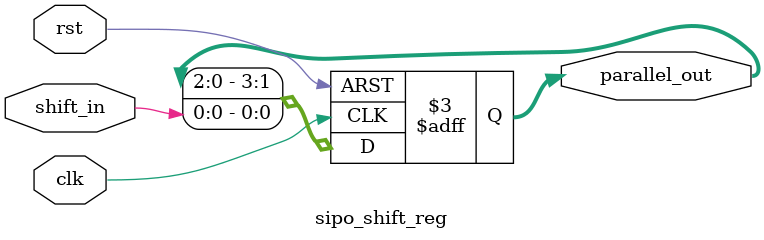
<source format=v>
module sipo_shift_reg (
   input clk,rst,shift_in, 
   output reg [3:0] parallel_out);

always@(posedge clk or negedge rst) begin
    if(!rst)begin
       parallel_out <= 4'b0000;
    end else begin
    parallel_out <= {parallel_out[2:0],shift_in }; // left shift
    // parallel_out <= {shift_in, parallel_out[3:1]}; ---> right shift
    end
end
endmodule

</source>
